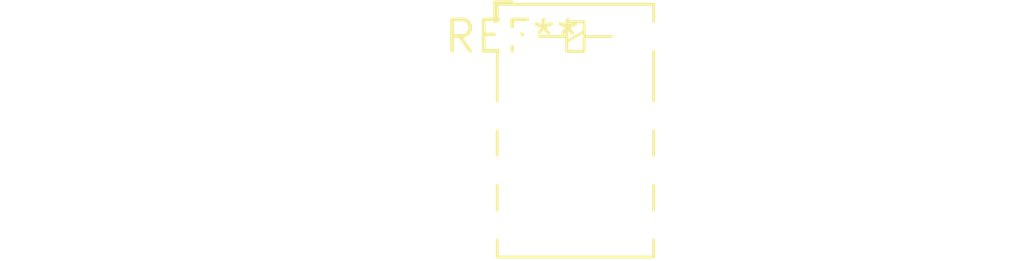
<source format=kicad_pcb>
(kicad_pcb (version 20240108) (generator pcbnew)
  (layers (0 "F.Cu" signal) (31 "B.Cu" signal) (34 "B.Paste" user) (35 "F.Paste" user) (36 "B.SilkS" user "B.Silkscreen") (37 "F.SilkS" user "F.Silkscreen") (38 "B.Mask" user) (39 "F.Mask" user) (44 "Edge.Cuts" user))
  (net 0 "")
  (footprint "Relay_DPDT_AXICOM_IMSeries_Pitch5.08mm" (layer "F.Cu") (at 0 0)
    (property "Reference" "REF**")
    (property "Value" "Relay_DPDT_AXICOM_IMSeries_Pitch5.08mm")
    (fp_line (start -0.7 -1.4) (end 0 -1.4) (layer "F.SilkS") (stroke (width 0.12)))
    (fp_line (start -0.7 -0.6) (end -0.7 -1.4) (layer "F.SilkS") (stroke (width 0.12)))
    (fp_line (start -0.6 -1.3) (end 5.7 -1.3) (layer "F.SilkS") (stroke (width 0.12)))
    (fp_line (start -0.6 -0.6) (end -0.6 -1.3) (layer "F.SilkS") (stroke (width 0.12)))
    (fp_line (start -0.6 2.6) (end -0.6 0.6) (layer "F.SilkS") (stroke (width 0.12)))
    (fp_line (start -0.6 4.8) (end -0.6 3.8) (layer "F.SilkS") (stroke (width 0.12)))
    (fp_line (start -0.6 7) (end -0.6 6) (layer "F.SilkS") (stroke (width 0.12)))
    (fp_line (start -0.6 8.2) (end -0.6 8.9) (layer "F.SilkS") (stroke (width 0.12)))
    (fp_line (start 2.2 -0.6) (end 2.2 0.6) (layer "F.SilkS") (stroke (width 0.12)))
    (fp_line (start 2.2 0) (end 1.1 0) (layer "F.SilkS") (stroke (width 0.12)))
    (fp_line (start 2.2 0.2) (end 2.9 -0.2) (layer "F.SilkS") (stroke (width 0.12)))
    (fp_line (start 2.2 0.6) (end 2.9 0.6) (layer "F.SilkS") (stroke (width 0.12)))
    (fp_line (start 2.9 -0.6) (end 2.2 -0.6) (layer "F.SilkS") (stroke (width 0.12)))
    (fp_line (start 2.9 0) (end 4 0) (layer "F.SilkS") (stroke (width 0.12)))
    (fp_line (start 2.9 0.6) (end 2.9 -0.6) (layer "F.SilkS") (stroke (width 0.12)))
    (fp_line (start 5.7 -1.3) (end 5.7 -0.6) (layer "F.SilkS") (stroke (width 0.12)))
    (fp_line (start 5.7 0.6) (end 5.7 2.6) (layer "F.SilkS") (stroke (width 0.12)))
    (fp_line (start 5.7 3.8) (end 5.7 4.8) (layer "F.SilkS") (stroke (width 0.12)))
    (fp_line (start 5.7 6) (end 5.7 7) (layer "F.SilkS") (stroke (width 0.12)))
    (fp_line (start 5.7 8.2) (end 5.7 8.9) (layer "F.SilkS") (stroke (width 0.12)))
    (fp_line (start 5.7 8.9) (end -0.6 8.9) (layer "F.SilkS") (stroke (width 0.12)))
    (pad "1" thru_hole circle (at 0 0) (size 1.4 1.4) (drill 0.7) (layers *.Cu *.Mask) (remove_unused_layers))
    (pad "2" thru_hole circle (at 0 3.2) (size 1.4 1.4) (drill 0.7) (layers *.Cu *.Mask) (remove_unused_layers))
    (pad "3" thru_hole circle (at 0 5.4) (size 1.4 1.4) (drill 0.7) (layers *.Cu *.Mask) (remove_unused_layers))
    (pad "4" thru_hole circle (at 0 7.6) (size 1.4 1.4) (drill 0.7) (layers *.Cu *.Mask) (remove_unused_layers))
    (pad "5" thru_hole circle (at 5.08 7.6) (size 1.4 1.4) (drill 0.7) (layers *.Cu *.Mask) (remove_unused_layers))
    (pad "6" thru_hole circle (at 5.08 5.4) (size 1.4 1.4) (drill 0.7) (layers *.Cu *.Mask) (remove_unused_layers))
    (pad "7" thru_hole circle (at 5.08 3.2) (size 1.4 1.4) (drill 0.7) (layers *.Cu *.Mask) (remove_unused_layers))
    (pad "8" thru_hole circle (at 5.08 0) (size 1.4 1.4) (drill 0.7) (layers *.Cu *.Mask) (remove_unused_layers))
  )
)
</source>
